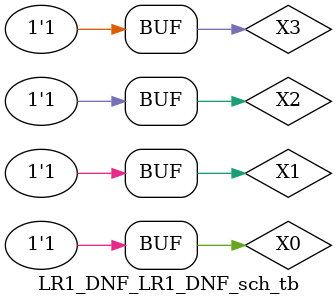
<source format=v>
`timescale 1ns / 1ps

module LR1_DNF_LR1_DNF_sch_tb();

   reg X3;
   reg X2;
   reg X1;
   reg X0;

   wire Y0;
   wire Y1;
   wire Y2;
   wire Y3;

   LR1_DNF UUT (
		.X0(X0), 
		.X1(X1), 
		.X2(X2), 
		.X3(X3), 
		.Y0(Y0),
		.Y1(Y1),
		.Y2(Y2),
		.Y3(Y3)
   );
			
	 initial begin
		{X3,X2,X1,X0} = 4'b0000;	#100;
		{X3,X2,X1,X0} = 4'b0001;	#100;
		{X3,X2,X1,X0} = 4'b0010;	#100;
		{X3,X2,X1,X0} = 4'b0011;	#100;
		{X3,X2,X1,X0} = 4'b0100;	#100;
		{X3,X2,X1,X0} = 4'b0101;	#100;
		{X3,X2,X1,X0} = 4'b0110;	#100;
		{X3,X2,X1,X0} = 4'b0111;	#100;
		{X3,X2,X1,X0} = 4'b1000;	#100;
		{X3,X2,X1,X0} = 4'b1001;	#100;
		{X3,X2,X1,X0} = 4'b1010;	#100;
		{X3,X2,X1,X0} = 4'b1011;	#100;
		{X3,X2,X1,X0} = 4'b1100;	#100;
		{X3,X2,X1,X0} = 4'b1101;	#100;
		{X3,X2,X1,X0} = 4'b1110;	#100;
		{X3,X2,X1,X0} = 4'b1111;	#100;
	end
		
endmodule

</source>
